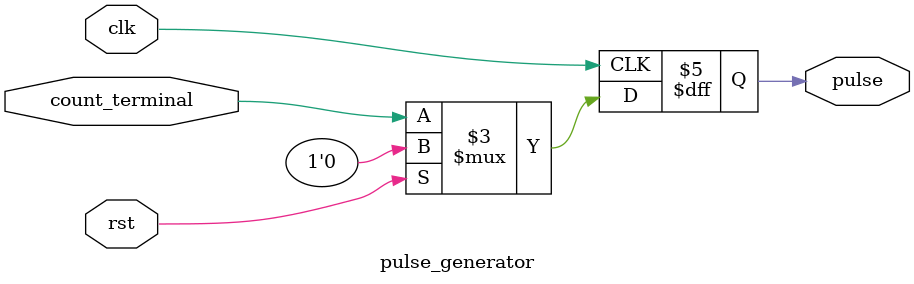
<source format=sv>
module counter_pulse #(
    parameter CYCLE = 10
) (
    input  logic clk,
    input  logic rst,
    output logic pulse
);
    // 内部信号
    logic [$clog2(CYCLE)-1:0] count_value;
    logic count_terminal;
    
    // 子模块实例化
    counter_core #(
        .CYCLE(CYCLE)
    ) counter_unit (
        .clk           (clk),
        .rst           (rst),
        .count_value   (count_value),
        .count_terminal(count_terminal)
    );
    
    pulse_generator pulse_gen_unit (
        .clk           (clk),
        .rst           (rst),
        .count_terminal(count_terminal),
        .pulse         (pulse)
    );
endmodule

// 计数器核心子模块
module counter_core #(
    parameter CYCLE = 10
) (
    input  logic clk,
    input  logic rst,
    output logic [$clog2(CYCLE)-1:0] count_value,
    output logic count_terminal
);
    // 本地参数
    localparam COUNT_WIDTH = $clog2(CYCLE);
    localparam COUNT_MAX = CYCLE - 1;
    
    // 计数逻辑
    always_ff @(posedge clk) begin
        if (rst) begin
            count_value <= '0;
        end else if (count_terminal) begin
            count_value <= '0;
        end else begin
            count_value <= count_value + 1'b1;
        end
    end
    
    // 终止计数检测
    assign count_terminal = (count_value == COUNT_MAX);
endmodule

// 脉冲生成器子模块
module pulse_generator (
    input  logic clk,
    input  logic rst,
    input  logic count_terminal,
    output logic pulse
);
    // 脉冲生成逻辑
    always_ff @(posedge clk) begin
        if (rst) begin
            pulse <= 1'b0;
        end else begin
            pulse <= count_terminal;
        end
    end
endmodule
</source>
